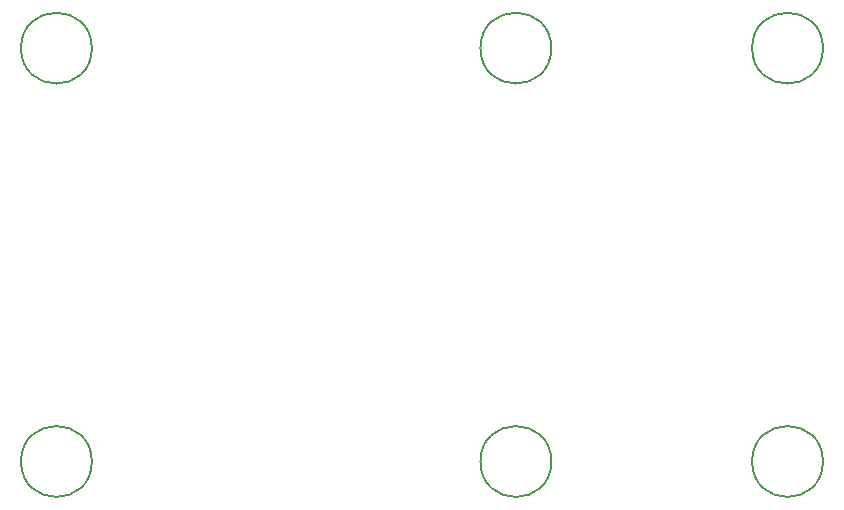
<source format=gbr>
G04 #@! TF.GenerationSoftware,KiCad,Pcbnew,(6.0.4)*
G04 #@! TF.CreationDate,2022-07-05T08:29:47+02:00*
G04 #@! TF.ProjectId,esp32-spi-hub,65737033-322d-4737-9069-2d6875622e6b,rev?*
G04 #@! TF.SameCoordinates,Original*
G04 #@! TF.FileFunction,Other,Comment*
%FSLAX46Y46*%
G04 Gerber Fmt 4.6, Leading zero omitted, Abs format (unit mm)*
G04 Created by KiCad (PCBNEW (6.0.4)) date 2022-07-05 08:29:47*
%MOMM*%
%LPD*%
G01*
G04 APERTURE LIST*
%ADD10C,0.150000*%
G04 APERTURE END LIST*
D10*
G04 #@! TO.C,H6*
X127600000Y-144800000D02*
G75*
G03*
X127600000Y-144800000I-3000000J0D01*
G01*
G04 #@! TO.C,H3*
X189500000Y-109800000D02*
G75*
G03*
X189500000Y-109800000I-3000000J0D01*
G01*
G04 #@! TO.C,H1*
X127600000Y-109800000D02*
G75*
G03*
X127600000Y-109800000I-3000000J0D01*
G01*
G04 #@! TO.C,H4*
X189500000Y-144800000D02*
G75*
G03*
X189500000Y-144800000I-3000000J0D01*
G01*
G04 #@! TO.C,H2*
X166500000Y-109800000D02*
G75*
G03*
X166500000Y-109800000I-3000000J0D01*
G01*
G04 #@! TO.C,H5*
X166500000Y-144800000D02*
G75*
G03*
X166500000Y-144800000I-3000000J0D01*
G01*
G04 #@! TD*
M02*

</source>
